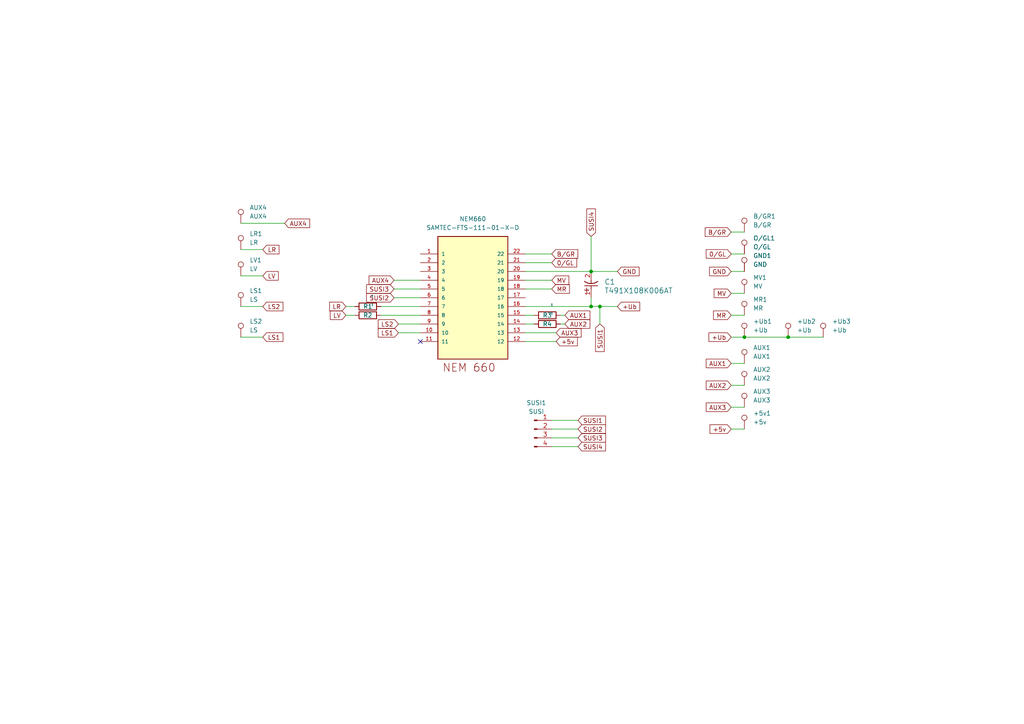
<source format=kicad_sch>
(kicad_sch (version 20230121) (generator eeschema)
  (paper "A4")
  (lib_symbols
    (symbol "Connector:Conn_01x04_Pin" (pin_names (offset 1.016) hide)
      (property "Reference" "J" (at 0 5.08 0))
      (property "Value" "Conn_01x04_Pin" (at 0 -7.62 0))
      (symbol "Conn_01x04_Pin_1_1"
        (polyline (pts (xy 1.27 -5.08) (xy 0.8636 -5.08)) (stroke (width 0.1524)))
        (polyline (pts (xy 1.27 -2.54) (xy 0.8636 -2.54)) (stroke (width 0.1524)))
        (polyline (pts (xy 1.27 0) (xy 0.8636 0)) (stroke (width 0.1524)))
        (polyline (pts (xy 1.27 2.54) (xy 0.8636 2.54)) (stroke (width 0.1524)))
        (rectangle (start 0.8636 -4.953) (end 0 -5.207) (stroke (width 0.1524)) (fill (type outline)))
        (rectangle (start 0.8636 -2.413) (end 0 -2.667) (stroke (width 0.1524)) (fill (type outline)))
        (rectangle (start 0.8636 0.127) (end 0 -0.127) (stroke (width 0.1524)) (fill (type outline)))
        (rectangle (start 0.8636 2.667) (end 0 2.413) (stroke (width 0.1524)) (fill (type outline)))
        (pin passive line (at 5.08 2.54 180) (length 3.81) (name "Pin_1") (number "1"))
        (pin passive line (at 5.08 0 180) (length 3.81) (name "Pin_2") (number "2"))
        (pin passive line (at 5.08 -2.54 180) (length 3.81) (name "Pin_3") (number "3"))
        (pin passive line (at 5.08 -5.08 180) (length 3.81) (name "Pin_4") (number "4"))
      )
    )
    (symbol "Connector:TestPoint" (pin_numbers hide) (pin_names (offset 0.762) hide)
      (property "Reference" "TP" (at 0 6.858 0))
      (property "Value" "TestPoint" (at 0 5.08 0))
      (symbol "TestPoint_0_1"
        (circle (center 0 3.302) (radius 0.762))
      )
      (symbol "TestPoint_1_1"
        (pin passive line (at 0 0 90) (length 2.54) (name "1") (number "1"))
      )
    )
    (symbol "Device:R" (pin_numbers hide) (pin_names (offset 0))
      (property "Reference" "R" (at 2.032 0 90))
      (property "Value" "R" (at 0 0 90))
      (symbol "R_0_1"
        (rectangle (start -1.016 -2.54) (end 1.016 2.54) (stroke (width 0.254)))
      )
      (symbol "R_1_1"
        (pin passive line (at 0 3.81 270) (length 1.27) (name "~") (number "1"))
        (pin passive line (at 0 -3.81 90) (length 1.27) (name "~") (number "2"))
      )
    )
    (symbol "MaerklinConnectors:NEM660" (pin_names (offset 1.016))
      (property "Reference" "J" (at -1.27 2.54 0))
      (property "Value" "SAMTEC-FTS-111-01-X-D" (at -3.81 5.08 0))
      (symbol "NEM660_0_0"
        (polyline (pts (xy 0 -30.48) (xy 0 5.08)) (stroke (width 0.254)))
        (rectangle (start 0 5.08) (end 20.2946 -30.48) (stroke (width 0.254)) (fill (type background)))
        (pin passive line (at -5.08 0 0) (length 5.08) (name "1") (number "1"))
      )
      (symbol "NEM660_1_0"
        (text "NEM 660" (at 1.27 -34.29 0) (effects (font (size 2.286 2.286)) (justify left bottom)))
        (pin passive line (at -5.08 -22.86 0) (length 5.08) (name "10") (number "10"))
        (pin passive line (at -5.08 -25.4 0) (length 5.08) (name "11") (number "11"))
        (pin passive line (at 25.4 -25.4 180) (length 5.08) (name "12") (number "12"))
        (pin passive line (at 25.4 -22.86 180) (length 5.08) (name "13") (number "13"))
        (pin passive line (at 25.4 -20.32 180) (length 5.08) (name "14") (number "14"))
        (pin passive line (at 25.4 -17.78 180) (length 5.08) (name "15") (number "15"))
        (pin passive line (at 25.4 -15.24 180) (length 5.08) (name "16") (number "16"))
        (pin passive line (at 25.4 -12.7 180) (length 5.08) (name "17") (number "17"))
        (pin passive line (at 25.4 -10.16 180) (length 5.08) (name "18") (number "18"))
        (pin passive line (at 25.4 -7.62 180) (length 5.08) (name "19") (number "19"))
        (pin passive line (at -5.08 -2.54 0) (length 5.08) (name "2") (number "2"))
        (pin passive line (at 25.4 -5.08 180) (length 5.08) (name "20") (number "20"))
        (pin passive line (at 25.4 -2.54 180) (length 5.08) (name "21") (number "21"))
        (pin passive line (at 25.4 0 180) (length 5.08) (name "22") (number "22"))
        (pin passive line (at -5.08 -5.08 0) (length 5.08) (name "3") (number "3"))
        (pin passive line (at -5.08 -7.62 0) (length 5.08) (name "4") (number "4"))
        (pin passive line (at -5.08 -10.16 0) (length 5.08) (name "5") (number "5"))
        (pin passive line (at -5.08 -12.7 0) (length 5.08) (name "6") (number "6"))
        (pin passive line (at -5.08 -15.24 0) (length 5.08) (name "7") (number "7"))
        (pin passive line (at -5.08 -17.78 0) (length 5.08) (name "8") (number "8"))
        (pin passive line (at -5.08 -20.32 0) (length 5.08) (name "9") (number "9"))
      )
    )
    (symbol "MaerklinConnectors:T491X108K006AT" (pin_names (offset 0.254))
      (property "Reference" "C" (at 3.81 3.81 0))
      (property "Value" "T491X108K006AT" (at 3.81 -3.81 0))
      (symbol "T491X108K006AT_1_1"
        (polyline (pts (xy 1.5748 1.27) (xy 2.8448 1.27)) (stroke (width 0.2032)))
        (polyline (pts (xy 2.2098 0.635) (xy 2.2098 1.905)) (stroke (width 0.2032)))
        (polyline (pts (xy 2.54 0) (xy 3.4798 0)) (stroke (width 0.2032)))
        (polyline (pts (xy 3.4798 -1.905) (xy 3.4798 1.905)) (stroke (width 0.2032)))
        (polyline (pts (xy 4.1148 0) (xy 5.08 0)) (stroke (width 0.2032)))
        (arc (start 4.7541 1.9108) (mid 4.1148 0) (end 4.7541 -1.9108) (stroke (width 0.254)))
        (pin unspecified line (at 0 0 0) (length 2.54) (name "") (number "1"))
        (pin unspecified line (at 7.62 0 180) (length 2.54) (name "") (number "2"))
      )
      (symbol "T491X108K006AT_1_2"
        (polyline (pts (xy -1.905 -3.4798) (xy 1.905 -3.4798)) (stroke (width 0.2032)))
        (polyline (pts (xy 0 -4.1148) (xy 0 -5.08)) (stroke (width 0.2032)))
        (polyline (pts (xy 0 -2.54) (xy 0 -3.4798)) (stroke (width 0.2032)))
        (polyline (pts (xy 0.635 -2.2098) (xy 1.905 -2.2098)) (stroke (width 0.2032)))
        (polyline (pts (xy 1.27 -1.5748) (xy 1.27 -2.8448)) (stroke (width 0.2032)))
        (arc (start 1.9108 -4.7541) (mid 0 -4.1148) (end -1.9108 -4.7541) (stroke (width 0.254)))
        (pin unspecified line (at 0 0 270) (length 2.54) (name "") (number "1"))
        (pin unspecified line (at 0 -7.62 90) (length 2.54) (name "") (number "2"))
      )
    )
  )
  (junction (at 171.45 78.74))
  (junction (at 215.9 97.79))
  (junction (at 228.6 97.79))
  (junction (at 171.45 88.9))
  (junction (at 173.99 88.9))
  (no_connect (at 121.92 99.06))
  (wire (pts (xy 212.09 91.44) (xy 215.9 91.44)))
  (wire (pts (xy 162.56 91.44) (xy 163.83 91.44)))
  (wire (pts (xy 160.02 129.54) (xy 167.64 129.54)))
  (wire (pts (xy 228.6 97.79) (xy 238.76 97.79)))
  (wire (pts (xy 69.85 88.9) (xy 76.2 88.9)))
  (wire (pts (xy 152.4 91.44) (xy 154.94 91.44)))
  (wire (pts (xy 152.4 81.28) (xy 160.02 81.28)))
  (wire (pts (xy 114.3 86.36) (xy 121.92 86.36)))
  (wire (pts (xy 115.57 96.52) (xy 121.92 96.52)))
  (wire (pts (xy 69.85 64.77) (xy 82.55 64.77)))
  (wire (pts (xy 160.02 121.92) (xy 167.64 121.92)))
  (wire (pts (xy 171.45 88.9) (xy 171.45 86.36)))
  (wire (pts (xy 212.09 78.74) (xy 215.9 78.74)))
  (wire (pts (xy 179.07 88.9) (xy 173.99 88.9)))
  (wire (pts (xy 152.4 93.98) (xy 154.94 93.98)))
  (wire (pts (xy 212.09 118.11) (xy 215.9 118.11)))
  (wire (pts (xy 171.45 78.74) (xy 179.07 78.74)))
  (wire (pts (xy 162.56 93.98) (xy 163.83 93.98)))
  (wire (pts (xy 212.09 97.79) (xy 215.9 97.79)))
  (wire (pts (xy 215.9 97.79) (xy 228.6 97.79)))
  (wire (pts (xy 212.09 67.31) (xy 215.9 67.31)))
  (wire (pts (xy 100.33 88.9) (xy 102.87 88.9)))
  (wire (pts (xy 152.4 73.66) (xy 160.02 73.66)))
  (wire (pts (xy 114.3 81.28) (xy 121.92 81.28)))
  (wire (pts (xy 152.4 99.06) (xy 161.29 99.06)))
  (wire (pts (xy 152.4 78.74) (xy 171.45 78.74)))
  (wire (pts (xy 171.45 68.58) (xy 171.45 78.74)))
  (wire (pts (xy 212.09 105.41) (xy 215.9 105.41)))
  (wire (pts (xy 69.85 80.01) (xy 76.2 80.01)))
  (wire (pts (xy 212.09 85.09) (xy 215.9 85.09)))
  (wire (pts (xy 152.4 83.82) (xy 160.02 83.82)))
  (wire (pts (xy 110.49 91.44) (xy 121.92 91.44)))
  (wire (pts (xy 160.02 127) (xy 167.64 127)))
  (wire (pts (xy 69.85 97.79) (xy 76.2 97.79)))
  (wire (pts (xy 212.09 111.76) (xy 215.9 111.76)))
  (wire (pts (xy 114.3 83.82) (xy 121.92 83.82)))
  (wire (pts (xy 160.02 124.46) (xy 167.64 124.46)))
  (wire (pts (xy 100.33 91.44) (xy 102.87 91.44)))
  (wire (pts (xy 212.09 73.66) (xy 215.9 73.66)))
  (wire (pts (xy 152.4 96.52) (xy 161.29 96.52)))
  (wire (pts (xy 212.09 124.46) (xy 215.9 124.46)))
  (wire (pts (xy 115.57 93.98) (xy 121.92 93.98)))
  (wire (pts (xy 152.4 76.2) (xy 160.02 76.2)))
  (wire (pts (xy 173.99 88.9) (xy 173.99 93.98)))
  (wire (pts (xy 152.4 88.9) (xy 171.45 88.9)))
  (wire (pts (xy 110.49 88.9) (xy 121.92 88.9)))
  (wire (pts (xy 69.85 72.39) (xy 76.2 72.39)))
  (wire (pts (xy 173.99 88.9) (xy 171.45 88.9)))
  (global_label "GND" (shape input) (at 179.07 78.74 0) (property "Intersheetrefs" "${INTERSHEET_REFS}" (effects hide)))
  (global_label "GND" (shape input) (at 212.09 78.74 180) (property "Intersheetrefs" "${INTERSHEET_REFS}" (effects hide)))
  (global_label "SUSI3" (shape input) (at 114.3 83.82 180) (property "Intersheetrefs" "${INTERSHEET_REFS}" (effects hide)))
  (global_label "SUSI1" (shape input) (at 167.64 121.92 0) (property "Intersheetrefs" "${INTERSHEET_REFS}" (effects hide)))
  (global_label "MV" (shape input) (at 212.09 85.09 180) (property "Intersheetrefs" "${INTERSHEET_REFS}" (effects hide)))
  (global_label "SUSI4" (shape input) (at 167.64 129.54 0) (property "Intersheetrefs" "${INTERSHEET_REFS}" (effects hide)))
  (global_label "AUX1" (shape input) (at 212.09 105.41 180) (property "Intersheetrefs" "${INTERSHEET_REFS}" (effects hide)))
  (global_label "MR" (shape input) (at 212.09 91.44 180) (property "Intersheetrefs" "${INTERSHEET_REFS}" (effects hide)))
  (global_label "SUSI3" (shape input) (at 167.64 127 0) (property "Intersheetrefs" "${INTERSHEET_REFS}" (effects hide)))
  (global_label "+Ub" (shape input) (at 179.07 88.9 0) (property "Intersheetrefs" "${INTERSHEET_REFS}" (effects hide)))
  (global_label "AUX1" (shape input) (at 163.83 91.44 0) (property "Intersheetrefs" "${INTERSHEET_REFS}" (effects hide)))
  (global_label "LR" (shape input) (at 76.2 72.39 0) (property "Intersheetrefs" "${INTERSHEET_REFS}" (effects hide)))
  (global_label "B{slash}GR" (shape input) (at 212.09 67.31 180) (property "Intersheetrefs" "${INTERSHEET_REFS}" (effects hide)))
  (global_label "AUX2" (shape input) (at 163.83 93.98 0) (property "Intersheetrefs" "${INTERSHEET_REFS}" (effects hide)))
  (global_label "0{slash}GL" (shape input) (at 160.02 76.2 0) (property "Intersheetrefs" "${INTERSHEET_REFS}" (effects hide)))
  (global_label "AUX4" (shape input) (at 114.3 81.28 180) (property "Intersheetrefs" "${INTERSHEET_REFS}" (effects hide)))
  (global_label "MV" (shape input) (at 160.02 81.28 0) (property "Intersheetrefs" "${INTERSHEET_REFS}" (effects hide)))
  (global_label "LV" (shape input) (at 100.33 91.44 180) (property "Intersheetrefs" "${INTERSHEET_REFS}" (effects hide)))
  (global_label "AUX3" (shape input) (at 212.09 118.11 180) (property "Intersheetrefs" "${INTERSHEET_REFS}" (effects hide)))
  (global_label "LS2" (shape input) (at 115.57 93.98 180) (property "Intersheetrefs" "${INTERSHEET_REFS}" (effects hide)))
  (global_label "LR" (shape input) (at 100.33 88.9 180) (property "Intersheetrefs" "${INTERSHEET_REFS}" (effects hide)))
  (global_label "+Ub" (shape input) (at 212.09 97.79 180) (property "Intersheetrefs" "${INTERSHEET_REFS}" (effects hide)))
  (global_label "AUX4" (shape input) (at 82.55 64.77 0) (property "Intersheetrefs" "${INTERSHEET_REFS}" (effects hide)))
  (global_label "SUSI2" (shape input) (at 167.64 124.46 0) (property "Intersheetrefs" "${INTERSHEET_REFS}" (effects hide)))
  (global_label "LS2" (shape input) (at 76.2 88.9 0) (property "Intersheetrefs" "${INTERSHEET_REFS}" (effects hide)))
  (global_label "LV" (shape input) (at 76.2 80.01 0) (property "Intersheetrefs" "${INTERSHEET_REFS}" (effects hide)))
  (global_label "AUX2" (shape input) (at 212.09 111.76 180) (property "Intersheetrefs" "${INTERSHEET_REFS}" (effects hide)))
  (global_label "+5v" (shape input) (at 161.29 99.06 0) (property "Intersheetrefs" "${INTERSHEET_REFS}" (effects hide)))
  (global_label "LS1" (shape input) (at 76.2 97.79 0) (property "Intersheetrefs" "${INTERSHEET_REFS}" (effects hide)))
  (global_label "B{slash}GR" (shape input) (at 160.02 73.66 0) (property "Intersheetrefs" "${INTERSHEET_REFS}" (effects hide)))
  (global_label "SUSI4" (shape input) (at 171.45 68.58 90) (property "Intersheetrefs" "${INTERSHEET_REFS}" (effects hide)))
  (global_label "MR" (shape input) (at 160.02 83.82 0) (property "Intersheetrefs" "${INTERSHEET_REFS}" (effects hide)))
  (global_label "SUSI2" (shape input) (at 114.3 86.36 180) (property "Intersheetrefs" "${INTERSHEET_REFS}" (effects hide)))
  (global_label "0{slash}GL" (shape input) (at 212.09 73.66 180) (property "Intersheetrefs" "${INTERSHEET_REFS}" (effects hide)))
  (global_label "LS1" (shape input) (at 115.57 96.52 180) (property "Intersheetrefs" "${INTERSHEET_REFS}" (effects hide)))
  (global_label "SUSI1" (shape input) (at 173.99 93.98 270) (property "Intersheetrefs" "${INTERSHEET_REFS}" (effects hide)))
  (global_label "+5v" (shape input) (at 212.09 124.46 180) (property "Intersheetrefs" "${INTERSHEET_REFS}" (effects hide)))
  (global_label "AUX3" (shape input) (at 161.29 96.52 0) (property "Intersheetrefs" "${INTERSHEET_REFS}" (effects hide)))
  (symbol (lib_id "Connector:TestPoint") (at 215.9 124.46 0) (unit 1)
    (property "Reference" "+5v1" (at 218.44 119.888 0) (effects (justify left)))
    (property "Value" "+5v" (at 218.44 122.428 0) (effects (justify left)))
    (property "Footprint" "MaerklinConnectors:TestPoint_Pad_1.5x2.5mm" (effects hide))
  )
  (symbol (lib_id "Device:R") (at 106.68 88.9 90) (unit 1)
    (property "Reference" "R1" (at 106.68 88.9 90))
    (property "Value" "~" (at 107.95 86.36 0) (effects (justify left)))
    (property "Footprint" "Resistor_THT:R_Axial_DIN0207_L6.3mm_D2.5mm_P15.24mm_Horizontal" (effects hide))
  )
  (symbol (lib_id "MaerklinConnectors:NEM660") (at 127 73.66 0) (unit 1)
    (property "Reference" "NEM660" (at 137.1473 63.5 0))
    (property "Value" "SAMTEC-FTS-111-01-X-D" (at 137.1473 66.04 0))
    (property "Footprint" "SAMTEC-FTS-111-01-X-D" (effects hide))
  )
  (symbol (lib_id "Device:R") (at 158.75 91.44 90) (unit 1)
    (property "Reference" "R3" (at 158.75 91.44 90))
    (property "Value" "~" (at 160.02 88.9 0) (effects (justify left)))
    (property "Footprint" "Resistor_THT:R_Axial_DIN0207_L6.3mm_D2.5mm_P15.24mm_Horizontal" (effects hide))
  )
  (symbol (lib_id "Connector:Conn_01x04_Pin") (at 154.94 124.46 0) (unit 1)
    (property "Reference" "SUSI1" (at 155.575 116.84 0))
    (property "Value" "SUSI" (at 155.575 119.38 0))
    (property "Footprint" "Connector_PinHeader_1.00mm:PinHeader_1x04_P1.00mm_Vertical" (effects hide))
  )
  (symbol (lib_id "Connector:TestPoint") (at 69.85 97.79 0) (unit 1)
    (property "Reference" "LS2" (at 72.39 93.218 0) (effects (justify left)))
    (property "Value" "LS" (at 72.39 95.758 0) (effects (justify left)))
    (property "Footprint" "MaerklinConnectors:TestPoint_Pad_1.5x2.5mm" (effects hide))
  )
  (symbol (lib_id "Connector:TestPoint") (at 215.9 105.41 0) (unit 1)
    (property "Reference" "AUX1" (at 218.44 100.838 0) (effects (justify left)))
    (property "Value" "AUX1" (at 218.44 103.378 0) (effects (justify left)))
    (property "Footprint" "MaerklinConnectors:TestPoint_Pad_1.5x2.5mm" (effects hide))
  )
  (symbol (lib_id "Connector:TestPoint") (at 228.6 97.79 0) (unit 1)
    (property "Reference" "+Ub2" (at 231.14 93.218 0) (effects (justify left)))
    (property "Value" "+Ub" (at 231.14 95.758 0) (effects (justify left)))
    (property "Footprint" "MaerklinConnectors:TestPoint_Pad_1.5x2.5mm" (effects hide))
  )
  (symbol (lib_id "Connector:TestPoint") (at 215.9 67.31 0) (unit 1)
    (property "Reference" "B/GR1" (at 218.44 62.738 0) (effects (justify left)))
    (property "Value" "B/GR" (at 218.44 65.278 0) (effects (justify left)))
    (property "Footprint" "MaerklinConnectors:TestPoint_Pad_1.5x2.5mm" (effects hide))
  )
  (symbol (lib_id "Device:R") (at 106.68 91.44 90) (unit 1)
    (property "Reference" "R2" (at 106.68 91.44 90))
    (property "Value" "~" (at 107.95 88.9 0) (effects (justify left)))
    (property "Footprint" "Resistor_THT:R_Axial_DIN0207_L6.3mm_D2.5mm_P15.24mm_Horizontal" (effects hide))
  )
  (symbol (lib_id "Connector:TestPoint") (at 69.85 64.77 0) (unit 1)
    (property "Reference" "AUX4" (at 72.39 60.198 0) (effects (justify left)))
    (property "Value" "AUX4" (at 72.39 62.738 0) (effects (justify left)))
    (property "Footprint" "MaerklinConnectors:TestPoint_Pad_1.5x2.5mm" (effects hide))
  )
  (symbol (lib_id "Connector:TestPoint") (at 238.76 97.79 0) (unit 1)
    (property "Reference" "+Ub3" (at 241.3 93.218 0) (effects (justify left)))
    (property "Value" "+Ub" (at 241.3 95.758 0) (effects (justify left)))
    (property "Footprint" "MaerklinConnectors:TestPoint_Pad_1.5x2.5mm" (effects hide))
  )
  (symbol (lib_id "Connector:TestPoint") (at 69.85 88.9 0) (unit 1)
    (property "Reference" "LS1" (at 72.39 84.328 0) (effects (justify left)))
    (property "Value" "LS" (at 72.39 86.868 0) (effects (justify left)))
    (property "Footprint" "MaerklinConnectors:TestPoint_Pad_1.5x2.5mm" (effects hide))
  )
  (symbol (lib_id "Connector:TestPoint") (at 215.9 78.74 0) (unit 1)
    (property "Reference" "GND1" (at 218.44 74.168 0) (effects (justify left)))
    (property "Value" "GND" (at 218.44 76.708 0) (effects (justify left)))
    (property "Footprint" "MaerklinConnectors:TestPoint_Pad_1.5x2.5mm" (effects hide))
  )
  (symbol (lib_id "Connector:TestPoint") (at 215.9 73.66 0) (unit 1)
    (property "Reference" "O/GL1" (at 218.44 69.088 0) (effects (justify left)))
    (property "Value" "O/GL" (at 218.44 71.628 0) (effects (justify left)))
    (property "Footprint" "MaerklinConnectors:TestPoint_Pad_1.5x2.5mm" (effects hide))
  )
  (symbol (lib_id "Connector:TestPoint") (at 215.9 118.11 0) (unit 1)
    (property "Reference" "AUX3" (at 218.44 113.538 0) (effects (justify left)))
    (property "Value" "AUX3" (at 218.44 116.078 0) (effects (justify left)))
    (property "Footprint" "MaerklinConnectors:TestPoint_Pad_1.5x2.5mm" (effects hide))
  )
  (symbol (lib_id "Device:R") (at 158.75 93.98 90) (unit 1)
    (property "Reference" "R4" (at 158.75 93.98 90))
    (property "Value" "~" (at 160.02 91.44 0) (effects (justify left)))
    (property "Footprint" "Resistor_THT:R_Axial_DIN0207_L6.3mm_D2.5mm_P15.24mm_Horizontal" (effects hide))
  )
  (symbol (lib_id "Connector:TestPoint") (at 215.9 91.44 0) (unit 1)
    (property "Reference" "MR1" (at 218.44 86.868 0) (effects (justify left)))
    (property "Value" "MR" (at 218.44 89.408 0) (effects (justify left)))
    (property "Footprint" "MaerklinConnectors:TestPoint_Pad_1.5x2.5mm" (effects hide))
  )
  (symbol (lib_id "Connector:TestPoint") (at 215.9 111.76 0) (unit 1)
    (property "Reference" "AUX2" (at 218.44 107.188 0) (effects (justify left)))
    (property "Value" "AUX2" (at 218.44 109.728 0) (effects (justify left)))
    (property "Footprint" "MaerklinConnectors:TestPoint_Pad_1.5x2.5mm" (effects hide))
  )
  (symbol (lib_id "Connector:TestPoint") (at 215.9 85.09 0) (unit 1)
    (property "Reference" "MV1" (at 218.44 80.518 0) (effects (justify left)))
    (property "Value" "MV" (at 218.44 83.058 0) (effects (justify left)))
    (property "Footprint" "MaerklinConnectors:TestPoint_Pad_1.5x2.5mm" (effects hide))
  )
  (symbol (lib_id "Connector:TestPoint") (at 69.85 80.01 0) (unit 1)
    (property "Reference" "LV1" (at 72.39 75.438 0) (effects (justify left)))
    (property "Value" "LV" (at 72.39 77.978 0) (effects (justify left)))
    (property "Footprint" "MaerklinConnectors:TestPoint_Pad_1.5x2.5mm" (effects hide))
  )
  (symbol (lib_id "Connector:TestPoint") (at 215.9 97.79 0) (unit 1)
    (property "Reference" "+Ub1" (at 218.44 93.218 0) (effects (justify left)))
    (property "Value" "+Ub" (at 218.44 95.758 0) (effects (justify left)))
    (property "Footprint" "MaerklinConnectors:TestPoint_Pad_1.5x2.5mm" (effects hide))
  )
  (symbol (lib_id "Connector:TestPoint") (at 69.85 72.39 0) (unit 1)
    (property "Reference" "LR1" (at 72.39 67.818 0) (effects (justify left)))
    (property "Value" "LR" (at 72.39 70.358 0) (effects (justify left)))
    (property "Footprint" "MaerklinConnectors:TestPoint_Pad_1.5x2.5mm" (effects hide))
  )
  (symbol (lib_id "MaerklinConnectors:T491X108K006AT") (at 171.45 86.36 90) (unit 1)
    (property "Reference" "C1" (at 175.26 81.7626 90) (effects (font (size 1.524 1.524)) (justify right)))
    (property "Value" "T491X108K006AT" (at 175.26 84.3026 90) (effects (font (size 1.524 1.524)) (justify right)))
    (property "Footprint" "MaerklinConnectors:CAPMP7.6X4.3_4.3N_KEM" (effects hide))
  )
)
</source>
